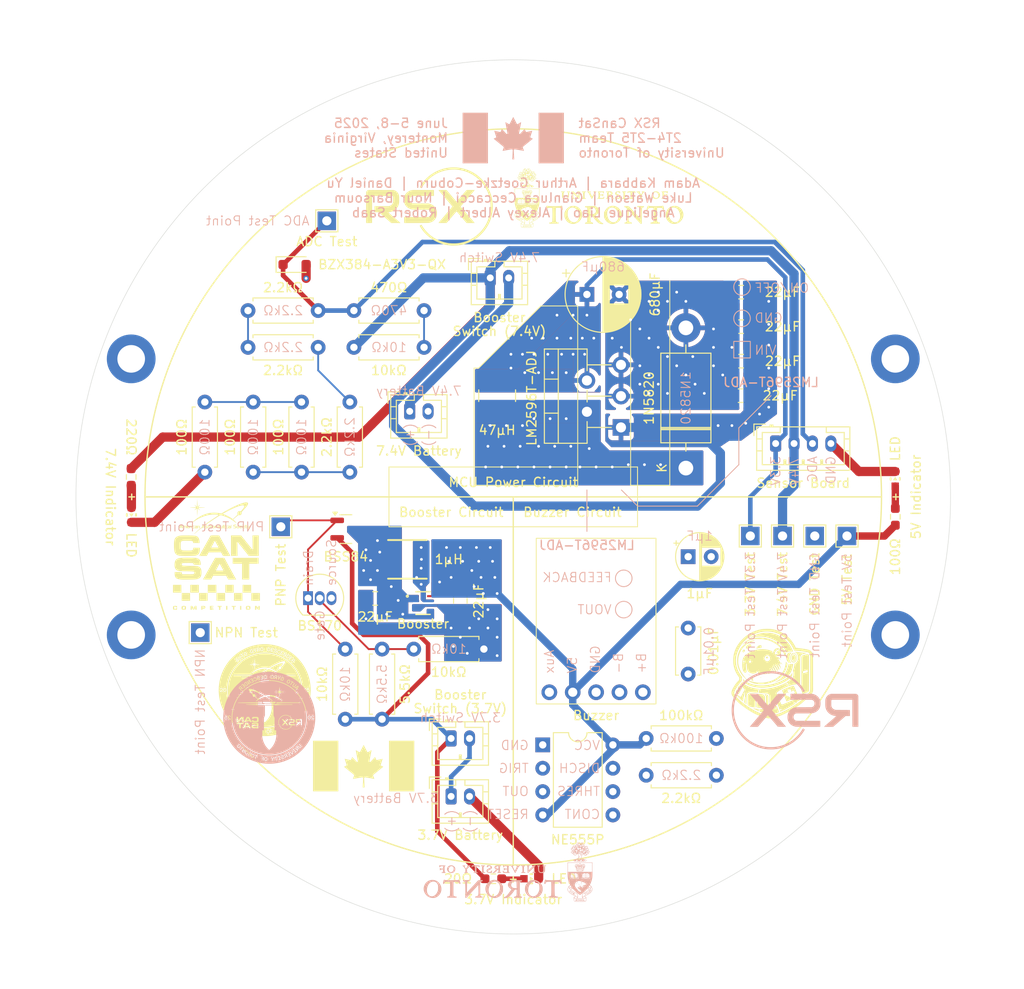
<source format=kicad_pcb>
(kicad_pcb (version 20240108) (generator "pcbnew") (generator_version "8.0")
  (layers (0 "F.Cu" mixed) (1 "In1.Cu" power "GND") (2 "In2.Cu" mixed) (31 "B.Cu" mixed) (34 "B.Paste" user) (35 "F.Paste" user) (36 "B.SilkS" user "B.Silkscreen") (37 "F.SilkS" user "F.Silkscreen") (38 "B.Mask" user) (39 "F.Mask" user) (44 "Edge.Cuts" user))
  (net 0 "")
  (net 1 "GND")
  (net 2 "3.3V")
  (net 3 "/5V")
  (net 4 "Net-(BZ1-Aux)")
  (net 7 "Net-(U3-CV)")
  (net 8 "Net-(U3-THR)")
  (net 9 "7.4V")
  (net 10 "ADC")
  (net 11 "Net-(J1-Pin_2)")
  (net 12 "Net-(J4-Pin_2)")
  (net 13 "Net-(Q1-G)")
  (net 14 "Net-(Q1-D)")
  (net 15 "Net-(R1-Pad1)")
  (net 16 "Net-(R2-Pad1)")
  (net 17 "Net-(R4-Pad2)")
  (net 18 "Net-(R5-Pad2)")
  (net 19 "Net-(R7-Pad2)")
  (net 20 "Net-(U3-Q)")
  (net 21 "/VIN")
  (net 22 "Net-(J4-Pin_1)")
  (net 23 "/SW")
  (net 24 "/OUT")
  (net 25 "Net-(D3-A)")
  (net 26 "Net-(D4-A)")
  (net 27 "Net-(D5-A)")
  (footprint "DigiKey:WL-SMCW_0603" (layer "F.Cu") (at 108.525 101.9625 90)
    (property "Reference" "D5")
    (property "Value" "LED (7.4V)")
  )
  (footprint "TestPoint:TestPoint_THTPad_2.0x2.0mm_Drill1.0mm" (layer "F.Cu") (at 186.25 104.25)
    (property "Reference" "TP4")
    (property "Value" "5V Test")
  )
  (footprint "Resistor_THT:R_Axial_DIN0207_L6.3mm_D2.5mm_P7.62mm_Horizontal" (layer "F.Cu") (at 135.75 124.1575 90)
    (property "Reference" "R9")
    (property "Value" "5.5kΩ")
  )
  (footprint "Resistor_THT:R_Axial_DIN0207_L6.3mm_D2.5mm_P7.62mm_Horizontal" (layer "F.Cu") (at 116.5 89.69 -90)
    (property "Reference" "R1")
    (property "Value" "100Ω")
  )
  (footprint "Graphics:rsx_logo_2" (layer "F.Cu") (at 140.75 68.5)
    (property "Reference" "G***")
    (property "Value" "LOGO" (hide yes))
  )
  (footprint "Package_DIP:DIP-8_W7.62mm" (layer "F.Cu") (at 153.2 126.95)
    (property "Reference" "U3")
    (property "Value" "NE555P")
  )
  (footprint "Graphics:canada_flag" (layer "F.Cu") (at 133.75 129.25)
    (property "Reference" "G***")
    (property "Value" "LOGO" (hide yes))
  )
  (footprint "Graphics:cansat_logo" (layer "F.Cu") (at 117.75 106.25)
    (property "Reference" "G***")
    (property "Value" "LOGO" (hide yes))
  )
  (footprint "TestPoint:TestPoint_THTPad_2.0x2.0mm_Drill1.0mm" (layer "F.Cu") (at 116 114.75)
    (property "Reference" "TP5")
    (property "Value" "NPN Test")
  )
  (footprint "Capacitor_THT:CP_Radial_D8.0mm_P3.50mm" (layer "F.Cu") (at 158 78)
    (property "Reference" "Cout5")
    (property "Value" "680μF")
  )
  (footprint "DigiKey:WL-SMCW_0603" (layer "F.Cu") (at 151.9625 141.495 180)
    (property "Reference" "D3")
    (property "Value" "LED (3.7V)")
  )
  (footprint "Resistor_THT:R_Axial_DIN0207_L6.3mm_D2.5mm_P7.62mm_Horizontal" (layer "F.Cu") (at 121.19 79.75)
    (property "Reference" "R6")
    (property "Value" "2.2kΩ")
  )
  (footprint "Capacitor_SMD:C_0805_2012Metric_Pad1.18x1.45mm_HandSolder" (layer "F.Cu") (at 174.75 77.75 180)
    (property "Reference" "Cin4")
    (property "Value" "22μF")
  )
  (footprint "Diode_THT:D_DO-201AD_P15.24mm_Horizontal" (layer "F.Cu") (at 168.75 96.87 90)
    (property "Reference" "D1")
    (property "Value" "1N5820")
  )
  (footprint "Resistor_SMD:R_0603_1608Metric_Pad0.98x0.95mm_HandSolder" (layer "F.Cu") (at 147.8375 141.5 180)
    (property "Reference" "R14")
    (property "Value" "20Ω")
  )
  (footprint "Capacitor_THT:C_Disc_D5.0mm_W2.5mm_P5.00mm" (layer "F.Cu") (at 169 119.25 90)
    (property "Reference" "C8")
    (property "Value" "0.01μF")
  )
  (footprint "Resistor_THT:R_Axial_DIN0207_L6.3mm_D2.5mm_P7.62mm_Horizontal" (layer "F.Cu") (at 131.75 124.1575 90)
    (property "Reference" "R11")
    (property "Value" "10kΩ")
  )
  (footprint "Capacitor_SMD:C_0805_2012Metric_Pad1.18x1.45mm_HandSolder" (layer "F.Cu") (at 144.25 111.2875 -90)
    (property "Reference" "C7")
    (property "Value" "22μF")
  )
  (footprint "Graphics:uoft_text_2" (layer "F.Cu") (at 161 68.5)
    (property "Reference" "G***")
    (property "Value" "LOGO" (hide yes))
  )
  (footprint "Resistor_THT:R_Axial_DIN0207_L6.3mm_D2.5mm_P7.62mm_Horizontal" (layer "F.Cu") (at 128.81 83.75 180)
    (property "Reference" "R5")
    (property "Value" "2.2kΩ")
  )
  (footprint "Resistor_SMD:R_0603_1608Metric_Pad0.98x0.95mm_HandSolder" (layer "F.Cu") (at 108.5 97.8375 90)
    (property "Reference" "R16")
    (property "Value" "220Ω")
  )
  (footprint "TestPoint:TestPoint_THTPad_2.0x2.0mm_Drill1.0mm" (layer "F.Cu") (at 175.75 104.25)
    (property "Reference" "TP3")
    (property "Value" "3.3V Test")
  )
  (footprint "TestPoint:TestPoint_THTPad_2.0x2.0mm_Drill1.0mm" (layer "F.Cu") (at 182.75 104.25)
    (property "Reference" "TP7")
    (property "Value" "GND Test")
  )
  (footprint "Resistor_THT:R_Axial_DIN0207_L6.3mm_D2.5mm_P7.62mm_Horizontal" (layer "F.Cu") (at 140.31 83.75 180)
    (property "Reference" "R8")
    (property "Value" "10kΩ")
  )
  (footprint "Capacitor_SMD:C_0805_2012Metric_Pad1.18x1.45mm_HandSolder" (layer "F.Cu") (at 174.7 89 180)
    (property "Reference" "Cin1")
    (property "Value" "22μF")
  )
  (footprint "Connector_JST:JST_PH_B2B-PH-K_1x02_P2.00mm_Vertical" (layer "F.Cu") (at 143.25 132.55)
    (property "Reference" "J5")
    (property "Value" "3.7V Battery")
  )
  (footprint "Custom_Footprints:Matek_Lost_Model_Beeper" (layer "F.Cu") (at 152.5 104.5)
    (property "Reference" "BZ1")
    (property "Value" "Buzzer")
  )
  (footprint "Capacitor_THT:CP_Radial_D5.0mm_P2.50mm" (layer "F.Cu") (at 169 106.5)
    (property "Reference" "C9")
    (property "Value" "1μF")
  )
  (footprint "DigiKey:SOT-5X3-8_DRL_TEX" (layer "F.Cu") (at 140.200799 111.537499)
    (property "Reference" "TPS610333DRLR_U2")
    (property "Value" "Booster")
  )
  (footprint "Capacitor_SMD:C_0805_2012Metric_Pad1.18x1.45mm_HandSolder" (layer "F.Cu") (at 174.75 81.5 180)
    (property "Reference" "Cin3")
    (property "Value" "22μF")
  )
  (footprint "Connector_JST:JST_PH_B4B-PH-K_1x04_P2.00mm_Vertical" (layer "F.Cu") (at 178.5 94.2)
    (property "Reference" "J3")
    (property "Value" "Sensor Board")
  )
  (footprint "Graphics:uoft_coat_of_arms_2" (layer "F.Cu") (at 151.5 67.5)
    (property "Reference" "G***")
    (property "Value" "LOGO" (hide yes))
  )
  (footprint "TestPoint:TestPoint_THTPad_2.0x2.0mm_Drill1.0mm" (layer "F.Cu") (at 124.75 103.25)
    (property "Reference" "TP6")
    (property "Value" "PNP Test")
  )
  (footprint "Connector_JST:JST_PH_B2B-PH-K_1x02_P2.00mm_Vertical" (layer "F.Cu") (at 147.5 76.2)
    (property "Reference" "J1")
    (property "Value" "MCU Switch (7.4V)")
  )
  (footprint "Package_TO_SOT_THT:TO-92_Inline" (layer "F.Cu") (at 127.71 111)
    (property "Reference" "Q1")
    (property "Value" "BS170")
  )
  (footprint "Package_TO_SOT_THT:TO-220-5_P3.4x3.7mm_StaggerOdd_Lead3.8mm_Vertical" (layer "F.Cu") (at 161.7 92.45 90)
    (property "Reference" "U1")
    (property "Value" "LM2596T-ADJ")
  )
  (footprint "Resistor_THT:R_Axial_DIN0207_L6.3mm_D2.5mm_P7.62mm_Horizontal" (layer "F.Cu") (at 164.44 126.25)
    (property "Reference" "R12")
    (property "Value" "100kΩ")
  )
  (footprint "DigiKey:WL-SMCW_0603" (layer "F.Cu") (at 191.485 98.0375 -90)
    (property "Reference" "D4")
    (property "Value" "LED (5V)")
  )
  (footprint "Resistor_SMD:R_0603_1608Metric_Pad0.98x0.95mm_HandSolder" (layer "F.Cu") (at 191.5 102.1625 -90)
    (property "Reference" "R15")
    (property "Value" "100Ω")
  )
  (footprint "DigiKey:WE-LQS_4025" (layer "F.Cu") (at 138.5 106.7875)
    (property "Reference" "WE-LQS_4025_L2")
    (property "Value" "1μH")
  )
  (footprint "Resistor_THT:R_Axial_DIN0207_L6.3mm_D2.5mm_P7.62mm_Horizontal" (layer "F.Cu") (at 164.44 130.25)
    (property "Reference" "R13")
    (property "Value" "2.2kΩ")
  )
  (footprint "Resistor_THT:R_Axial_DIN0207_L6.3mm_D2.5mm_P7.62mm_Horizontal" (layer "F.Cu") (at 127 97.31 90)
    (property "Reference" "R3")
    (property "Value" "100Ω")
  )
  (footprint "Resistor_THT:R_Axial_DIN0207_L6.3mm_D2.5mm_P7.62mm_Horizontal" (layer "F.Cu") (at 132.25 97.31 90)
    (property "Reference" "R4")
    (property "Value" "2.2kΩ")
  )
  (footprint "Capacitor_SMD:C_0805_2012Metric_Pad1.18x1.45mm_HandSolder" (layer "F.Cu") (at 135 111.0375 180)
    (property "Reference" "C6")
    (property "Value" "22μF")
  )
  (footprint "Resistor_THT:R_Axial_DIN0207_L6.3mm_D2.5mm_P7.62mm_Horizontal" (layer "F.Cu") (at 132.69 79.75)
    (property "Reference" "R7")
    (property "Value" "470Ω")
  )
  (footprint "Graphics:capybara_astronaut_2" (layer "F.Cu") (at 178.25 119.25)
    (property "Reference" "G***")
    (property "Value" "LOGO" (hide yes))
  )
  (footprint "Package_TO_SOT_SMD:SOT-23" (layer "F.Cu") (at 131.8125 103.5)
    (property "Reference" "Q2")
    (property "Value" "BSS84")
  )
  (footprint "Resistor_THT:R_Axial_DIN0207_L6.3mm_D2.5mm_P7.62mm_Horizontal" (layer "F.Cu") (at 121.75 97.31 90)
    (property "Reference" "R2")
    (property "Value" "100Ω")
  )
  (footprint "Graphics:logo" (layer "F.Cu") (at 123 121)
    (property "Reference" "G***")
    (property "Value" "LOGO" (hide yes))
  )
  (footprint "DigiKey:IND_ASPI-4030S-470M-T" (layer "F.Cu") (at 148.25 89 90)
    (property "Reference" "ASPI-4030S-470M-T_L1")
    (property "Value" "47μH")
  )
  (footprint "Diode_SMD:D_SOD-323_HandSoldering" (layer "F.Cu") (at 126.25 74.75)
    (property "Reference" "D2")
    (property "Value" "BZX384-A3V3-QX")
  )
  (footprint "Resistor_THT:R_Axial_DIN0207_L6.3mm_D2.5mm_P7.62mm_Horizontal" (layer "F.Cu") (at 139.19 116.5375)
    (property "Reference" "R10")
    (property "Value" "10kΩ")
  )
  (footprint "Capacitor_SMD:C_0805_2012Metric_Pad1.18x1.45mm_HandSolder" (layer "F.Cu") (at 174.75 85.25 180)
    (property "Reference" "Cin2")
    (property "Value" "22μF")
  )
  (footprint "Connector_JST:JST_PH_B2B-PH-K_1x02_P2.00mm_Vertical" (layer "F.Cu") (at 138.75 90.7)
    (property "Reference" "J2")
    (property "Value" "7.4V Battery")
  )
  (footprint "Connector_JST:JST_PH_B2B-PH-K_1x02_P2.00mm_Vertical" (layer "F.Cu") (at 143.25 126.25)
    (property "Reference" "J4")
    (property "Value" "Booster Switch (3.7V)")
  )
  (footprint "TestPoint:TestPoint_THTPad_2.0x2.0mm_Drill1.0mm" (layer "F.Cu") (at 179.25 104.25)
    (property "Reference" "TP2")
    (property "Value" "7.4V Test")
  )
  (footprint "TestPoint:TestPoint_THTPad_2.0x2.0mm_Drill1.0mm" (layer "F.Cu") (at 129.75 70)
    (property "Reference" "TP1")
    (property "Value" "ADC Test")
  )
  (footprint "DigiKey:WA-SMSI_9774030243" (layer "B.Cu") (at 191.5 85 180)
    (property "Reference" "REF**")
    (property "Value" "WA-SMSI_9774030243")
  )
  (footprint "Graphics:logo" (layer "B.Cu") (at 123.5 124 180)
    (property "Reference" "G***")
    (property "Value" "LOGO" (hide yes))
  )
  (footprint "Graphics:rsx_logo_2" (layer "B.Cu") (at 180.75 123.25 180)
    (property "Reference" "G***")
    (property "Value" "LOGO" (hide yes))
  )
  (footprint "Graphics:canada_flag" (layer "B.Cu") (at 150 61 180)
    (property "Reference" "G***")
    (property "Value" "LOGO" (hide yes))
  )
  (footprint "Graphics:uoft_text_2" (layer "B.Cu") (at 147.75 141.75 180)
    (property "Reference" "G***")
    (property "Value" "LOGO" (hide yes))
  )
  (footprint "DigiKey:WA-SMSI_9774030243" (layer "B.Cu") (at 108.5 115 180)
    (property "Reference" "REF**")
    (property "Value" "WA-SMSI_9774030243")
  )
  (footprint "DigiKey:WA-SMSI_9774030243" (layer "B.Cu") (at 108.5 85 180)
    (property "Reference" "REF**")
    (property "Value" "WA-SMSI_9774030243")
  )
  (footprint "Graphics:uoft_coat_of_arms_2" (layer "B.Cu") (at 157.25 140.75 180)
    (property "Reference" "G***")
    (property "Value" "LOGO" (hide yes))
  )
  (footprint "DigiKey:WA-SMSI_9774030243" (layer "B.Cu") (at 191.5 115 180)
    (property "Reference" "REF**")
    (property "Value" "WA-SMSI_9774030243")
  )
  (gr_line (start 163.5 101) (end 170 101) (stroke (width 0.1)) (layer "B.SilkS"))
  (gr_circle (center 162 108.85) (end 162.9 108.85) (stroke (width 0.1)) (fill none) (layer "B.SilkS"))
  (gr_line (start 174.5 94) (end 174.5 92.5) (stroke (width 0.1)) (layer "B.SilkS"))
  (gr_line (start 174.5 96.5) (end 174.5 94) (stroke (width 0.1)) (layer "B.SilkS"))
  (gr_line (start 158 99.25) (end 158 103.75) (stroke (width 0.1)) (layer "B.SilkS"))
  (gr_line (start 161.75 99.25) (end 163.5 101) (stroke (width 0.1)) (layer "B.SilkS"))
  (gr_line (start 170 101) (end 174.5 96.5) (stroke (width 0.1)) (layer "B.SilkS"))
  (gr_circle (center 162 112.25) (end 162.9 112.25) (stroke (width 0.1)) (fill none) (layer "B.SilkS"))
  (gr_line (start 178 89) (end 174.5 92.5) (stroke (width 0.1)) (layer "B.SilkS"))
  (gr_circle (center 174.85 77.2) (end 175.75 77.2) (stroke (width 0.1)) (fill none) (layer "B.SilkS"))
  (gr_rect (start 173.95 83.1) (end 175.75 84.9) (stroke (width 0.1)) (fill none) (layer "B.SilkS"))
  (gr_circle (center 174.85 80.6) (end 175.75 80.6) (stroke (width 0.1)) (fill none) (layer "B.SilkS"))
  (gr_line (start 146.25 86) (end 153 79.25) (stroke (width 0.1)) (layer "F.SilkS"))
  (gr_line (start 136.5 103.25) (end 150 103.25) (stroke (width 0.1)) (layer "F.SilkS"))
  (gr_line (start 157 98.75) (end 145.75 98.75) (stroke (width 0.1)) (layer "F.SilkS"))
  (gr_line (start 136.5 100) (end 136.5 103.25) (stroke (width 0.1)) (layer "F.SilkS"))
  (gr_line (start 153 79.25) (end 157 79.25) (stroke (width 0.1)) (layer "F.SilkS"))
  (gr_line (start 150 103.25) (end 163.5 103.25) (stroke (width 0.1)) (layer "F.SilkS"))
  (gr_line (start 145.75 98.75) (end 145.75 86) (stroke (width 0.1)) (layer "F.SilkS"))
  (gr_line (start 163.5 100) (end 163.5 96.75) (stroke (width 0.1)) (layer "F.SilkS"))
  (gr_circle (center 150 100) (end 190 100) (stroke (width 0.15)) (fill none) (layer "F.SilkS"))
  (gr_line (start 163.5 96.75) (end 136.5 96.75) (stroke (width 0.1)) (layer "F.SilkS"))
  (gr_line (start 162.75 76.5) (end 162.75 98.75) (stroke (width 0.1)) (layer "F.SilkS"))
  (gr_line (start 136.5 96.75) (end 136.5 100) (stroke (width 0.1)) (layer "F.SilkS"))
  (gr_line (start 145.75 86) (end 146.25 86) (stroke (width 0.1)) (layer "F.SilkS"))
  (gr_line (start 167 98.75) (end 167 76.5) (stroke (width 0.1)) (layer "F.SilkS"))
  (gr_line (start 157 79.25) (end 157 98.75) (stroke (width 0.1)) (layer "F.SilkS"))
  (gr_line (start 150 140) (end 150 100) (stroke (width 0.15)) (layer "F.SilkS"))
  (gr_line (start 163.5 103.25) (end 163.5 100) (stroke (width 0.1)) (layer "F.SilkS"))
  (gr_line (start 162.75 98.75) (end 167 98.75) (stroke (width 0.1)) (layer "F.SilkS"))
  (gr_line (start 110 100) (end 190 100) (stroke (width 0.15)) (layer "F.SilkS"))
  (gr_circle (center 150 100) (end 197.5 100) (stroke (width 0.05)) (fill none) (layer "Edge.Cuts"))
  (gr_text "RSX CanSat\n2T4-2T5 Team\nUniversity of Toronto" (at 157 61 0) (layer "B.SilkS") (effects (font (size 1 1)) (justify right mirror)))
  (gr_text "(+)" (at 138.75 93.25 90) (layer "B.SilkS") (effects (font (size 1 1) (thickness 0.1)) (justify mirror)))
  (gr_text "100Ω" (at 116.5 93.5 90) (layer "B.SilkS") (effects (font (size 1 1) (thickness 0.1)) (justify mirror)))
  (gr_text "7.4V Test Point" (at 179.25 111.75 90) (layer "B.SilkS") (effects (font (size 1 1) (thickness 0.1)) (justify mirror)))
  (gr_text "100kΩ" (at 168.25 126.25 0) (layer "B.SilkS") (effects (font (size 1 1) (thickness 0.1)) (justify mirror)))
  (gr_text "ADC" (at 182.5 95.5 90) (layer "B.SilkS") (effects (font (size 1 1) (thickness 0.1)) (justify left mirror)))
  (gr_text "Source" (at 130.25 109.75 90) (layer "B.SilkS") (effects (font (size 1 1) (thickness 0.1)) (justify right mirror)))
  (gr_text "TRIG" (at 151.75 129.5 0) (layer "B.SilkS") (effects (font (size 1 1) (thickness 0.1)) (justify left mirror)))
  (gr_text "Adam Kabbara | Arthur Goetzke-Coburn | Daniel Yu\nLuke Watson | Gianluca Ceccacci | Nour Barsoum\nAngelique Liao | Alexey Albert | Robert Saab" (at 150 67.5 0) (layer "B.SilkS") (effects (font (size 1 1)) (justify mirror)))
  (gr_text "5V" (at 157 119.25 90) (layer "B.SilkS") (effects (font (size 1 1) (thickness 0.1)) (justify right bottom mirror)))
  (gr_text "5.5kΩ" (at 135.75 120.3475 90) (layer "B.SilkS") (effects (font (size 1 1) (thickness 0.1)) (justify mirror)))
  (gr_text "CONT" (at 159.5 134.5 0) (layer "B.SilkS") (effects (font (size 1 1) (thickness 0.1)) (justify left mirror)))
  (gr_text "10kΩ" (at 131.75 120.3475 90) (layer "B.SilkS") (effects (font (size 1 1) (thickness 0.1)) (justify mirror)))
  (gr_text "680μF" (at 159.75 75 0) (layer "B.SilkS") (effects (font (size 1 1) (thickness 0.1)) (justify mirror)))
  (gr_text "3.3V" (at 178.5 95.5 90) (layer "B.SilkS") (effects (font (size 1 1) (thickness 0.1)) (justify left mirror)))
  (gr_text "3.7V Switch" (at 144.25 124 0) (layer "B.SilkS") (effects (font (size 1 1) (thickness 0.1)) (justify mirror)))
  (gr_text "7.4V" (at 180.5 95.5 90) (layer "B.SilkS") (effects (font (size 1 1) (thickness 0.1)) (justify left mirror)))
  (gr_text "Gate" (at 129 112.25 90) (layer "B.SilkS") (effects (font (size 1 1) (thickness 0.1)) (justify left mirror)))
  (gr_text "B+" (at 164.5 119.25 90) (layer "B.SilkS") (effects (font (size 1 1) (thickness 0.1)) (justify right bottom mirror)))
  (gr_text "THRES" (at 159.5 132 0) (layer "B.SilkS") (effects (font (size 1 1) (thickness 0.1)) (justify left mirror)))
  (gr_text "1μF" (at 170.25 104.25 0) (layer "B.SilkS") (effects (font (size 1 1) (thickness 0.1)) (justify mirror)))
  (gr_text "GND" (at 176.15 80.55 0) (layer "B.SilkS") (effects (font (size 1 1) (thickness 0.1)) (justify right mirror)))
  (gr_text "PNP Test Point" (at 117.25 103.25 0) (layer "B.SilkS") (effects (font (size 1 1) (thickness 0.1)) (justify mirror)))
  (gr_text "Drain" (at 127.75 109.75 90) (layer "B.SilkS") (effects (font (size 1 1) (thickness 0.1)) (justify right mirror)))
  (gr_text "470Ω" (at 136.5 79.75 0) (layer "B.SilkS") (effects (font (size 1 1) (thickness 0.1)) (justify mirror)))
  (gr_text "2.2kΩ" (at 125 83.75 0) (layer "B.SilkS") (effects (font (size 1 1) (thickness 0.1)) (justify mirror)))
  (gr_text "GND Test Point" (at 182.75 111.75 90) (layer "B.SilkS") (effects (font (size 1 1) (thickness 0.1)) (justify mirror)))
  (gr_text "3.7V Battery" (at 137.25 132.75 0) (layer "B.SilkS") (effects (font (size 1 1) (thickness 0.1)) (justify mirror)))
  (gr_text "100Ω" (at 121.75 93.5 90) (layer "B.SilkS") (effects (font (size 1 1) (thickness 0.1)) (justify mirror)))
  (gr_text "7.4V Switch" (at 148.5 74 0) (layer "B.SilkS") (effects (font (size 1 1) (thickness 0.1)) (justify mirror)))
  (gr_text "(-)" (at 140.75 93.25 90) (layer "B.SilkS") (effects (font (size 1 1) (thickness 0.1)) (justify mirror)))
  (gr_text "1N5820" (at 168.75 89.25 90) (layer "B.SilkS") (effects (font (size 1 1) (thickness 0.1)) (justify mirror)))
  (gr_text "LM2596T-ADJ" (at 158 105.25 0) (layer "B.SilkS") (effects (font (size 1 1)) (justify mirror)))
  (gr_text "VIN" (at 176.15 84.05 0) (layer "B.SilkS") (effects (font (size 1 1) (thickness 0.1)) (justify right mirror)))
  (gr_text "B-" (at 162 119.25 90) (layer "B.SilkS") (effects (font (size 1 1) (thickness 0.1)) (justify right bottom mirror)))
  (gr_text "2.2kΩ" (at 132.25 93.5 90) (layer "B.SilkS") (effects (font (size 1 1) (thickness 0.1)) (justify mirror)))
  (gr_text "DISCH" (at 159.5 129.5 0) (layer "B.SilkS") (effects (font (size 1 1) (thickness 0.1)) (justify left mirror)))
  (gr_text "Aux" (at 154.5 119.25 90) (layer "B.SilkS") (effects (font (size 1 1) (thickness 0.1)) (justify right bottom mirror)))
  (gr_text "LM2596T-ADJ" (at 178 87.55 0) (layer "B.SilkS") (effects (font (size 1 1)) (justify mirror)))
  (gr_text "VOUT" (at 160.75 112.25 0) (layer "B.SilkS") (effects (font (size 1 1) (thickness 0.1)) (justify left mirror)))
  (gr_text "GND" (at 184.5 95.5 90) (layer "B.SilkS") (effects (font (size 1 1) (thickness 0.1)) (justify left mirror)))
  (gr_text "(-)" (at 145.25 135.25 90) (layer "B.SilkS") (effects (font (size 1 1) (thickness 0.1)) (justify mirror)))
  (gr_text "10kΩ" (at 143 116.5375 0) (layer "B.SilkS") (effects (font (size 1 1) (thickness 0.1)) (justify mirror)))
  (gr_text "(+)" (at 143.25 135.25 90) (layer "B.SilkS") (effects (font (size 1 1) (thickness 0.1)) (justify mirror)))
  (gr_text "2.2kΩ" (at 125 79.75 0) (layer "B.SilkS") (effects (font (size 1 1) (thickness 0.1)) (justify mirror)))
  (gr_text "2.2kΩ" (at 168.25 130.25 0) (layer "B.SilkS") (effects (font (size 1 1) (thickness 0.1)) (justify mirror)))
  (gr_text "OUT" (at 151.75 132 0) (layer "B.SilkS") (effects (font (size 1 1) (thickness 0.1)) (justify left mirror)))
  (gr_text "RESET" (at 151.75 134.5 0) (layer "B.SilkS") (effects (font (size 1 1) (thickness 0.1)) (justify left mirror)))
  (gr_text "GND" (at 159.5 119.25 90) (layer "B.SilkS") (effects (font (size 1 1) (thickness 0.1)) (justify right bottom mirror)))
  (gr_text "10kΩ" (at 136.5 83.75 0) (layer "B.SilkS") (effects (font (size 1 1) (thickness 0.1)) (justify mirror)))
  (gr_text "ON/OFF" (at 176.15 77.3 0) (layer "B.SilkS") (effects (font (size 1 1) (thickness 0.1)) (justify right mirror)))
  (gr_text "0.01μF" (at 171.25 116.75 90) (layer "B.SilkS") (effects (font (size 1 1) (thickness 0.1)) (justify mirror)))
  (gr_text "June 5-8, 2025\nMonterey, Virginia\nUnited States" (at 143 61 0) (layer "B.SilkS") (effects (font (size 1 1)) (justify left mirror)))
  (gr_text "NPN Test Point" (at 116 122.25 90) (layer "B.SilkS") (effects (font (size 1 1) (thickness 0.1)) (justify mirror)))
  (gr_text "3.3V Test Point" (at 175.75 111.75 90) (layer "B.SilkS") (effects (font (size 1 1) (thickness 0.1)) (justify mirror)))
  (gr_text "7.4V Battery" (at 139.75 88.5 0) (layer "B.SilkS") (effects (font (size 1 1) (thickness 0.1)) (justify mirror)))
  (gr_text "VCC" (at 159.5 127 0) (layer "B.SilkS") (effects (font (size 1 1) (thickness 0.1)) (justify left mirror)))
  (gr_text "100Ω" (at 127 93.5 90) (layer "B.SilkS") (effects (font (size 1 1) (thickness 0.1)) (justify mirror)))
  (gr_text "GND" (at 151.75 127 0) (layer "B.SilkS") (effects (font (size 1 1) (thickness 0.1)) (justify left mirror)))
  (gr_text "5V Test Point" (at 186.25 111.25 90) (layer "B.SilkS") (effects (font (size 1 1) (thickness 0.1)) (justify mirror)))
  (gr_text "FEEDBACK" (at 160.75 108.75 0) (layer "B.SilkS") (effects (font (size 1 1) (thickness 0.1)) (justify left mirror)))
  (gr_text "ADC Test Point" (at 122.25 70 0) (layer "B.SilkS") (effects (font (size 1 1) (thickness 0.1)) (justify mirror)))
  (gr_text "LED" (at 155.5 141.5 0) (layer "F.SilkS") (effects (font (size 1 1))))
  (gr_text "Switch (3.7V)" (at 144.25 123 0) (layer "F.SilkS") (effects (font (size 1 1))))
  (gr_text "7.4V Indicator" (at 106.25 100 270) (layer "F.SilkS") (effects (font (size 1 1))))
  (gr_text "220Ω" (at 108.5 93.5 270) (layer "F.SilkS") (effects (font (size 1 1))))
  (gr_text "Buzzer Circuit" (at 151 102.25 0) (layer "F.SilkS") (effects (font (size 1 1)) (justify left bottom)))
  (gr_text "Switch (7.4V)" (at 148.5 82 0) (layer "F.SilkS") (effects (font (size 1 1))))
  (gr_text "Booster Circuit" (at 137.5 102.25 0) (layer "F.SilkS") (effects (font (size 1 1)) (justify left bottom)))
  (gr_text "3.7V Indicator" (at 150 143.75 0) (layer "F.SilkS") (effects (font (size 1 1))))
  (gr_text "Booster" (at 148.5 80.5 0) (layer "F.SilkS") (effects (font (size 1 1))))
  (gr_text "MCU Power Circuit" (at 150 99 0) (layer "F.SilkS") (effects (font (size 1 1)) (justify bottom)))
  (gr_text "LED" (at 191.5 94.75 90) (layer "F.SilkS") (effects (font (size 1 1))))
  (gr_text "Booster" (at 144.25 121.5 0) (layer "F.SilkS") (effects (font (size 1 1))))
  (gr_text "LED" (at 108.5 105.25 -90) (layer "F.SilkS") (effects (font (size 1 1))))
  (gr_text "5V Indicator" (at 193.75 100 90) (layer "F.SilkS") (effects (font (size 1 1))))
  (segment (start 130.2875 111.0375) (end 130.25 111) (width 1) (layer "F.Cu") (net 1))
  (segment (start 152.7625 141.495) (end 152.7625 140.0625) (width 1) (layer "F.Cu") (net 1))
  (segment (start 187.5375 97.2375) (end 184.5 94.2) (width 1) (layer "F.Cu") (net 1))
  (segment (start 111.0475 102.7625) (end 116.5 97.31) (width 1) (layer "F.Cu") (net 1))
  (segment (start 191.485 97.2375) (end 187.5375 97.2375) (width 1) (layer "F.Cu") (net 1))
  (segment (start 152.7625 140.0625) (end 145.25 132.55) (width 1) (layer "F.Cu") (net 1))
  (segment (start 127.5 74.75) (end 127.5 76.25) (width 1) (layer "F.Cu") (net 1))
  (segment (start 108.525 102.7625) (end 111.0475 102.7625) (width 1) (layer "F.Cu") (net 1))
  (via (at 147.25 112.25) (size 0.6) (drill 0.3) (layers "F.Cu" "B.Cu") (net 1))
  (via (at 164.75 78.75) (size 0.6) (drill 0.3) (layers "F.Cu" "B.Cu") (net 1))
  (via (at 167.75 85.75) (size 0.6) (drill 0.3) (layers "F.Cu" "B.Cu") (net 1))
  (via (at 171.75 85.75) (size 0.6) (drill 0.3) (layers "F.Cu" "B.Cu") (net 1))
  (via (at 168.75 78.75) (size 0.6) (drill 0.3) (layers "F.Cu" "B.Cu") (net 1))
  (via (at 165.75 79.75) (size 0.6) (drill 0.3) (layers "F.Cu" "B.Cu") (net 1))
  (via (at 162.75 80.75) (size 0.6) (drill 0.3) (layers "F.Cu" "B.Cu") (net 1))
  (via (at 163.75 81.75) (size 0.6) (drill 0.3) (layers "F.Cu" "B.Cu") (net 1))
  (via (at 169.5 84.75) (size 0.6) (drill 0.3) (layers "F.Cu" "B.Cu") (net 1))
  (via (at 145.25 114.25) (size 0.6) (drill 0.3) (layers "F.Cu" "B.Cu") (net 1))
  (via (at 148.25 117.25) (size 0.6) (drill 0.3) (layers "F.Cu" "B.Cu") (net 1))
  (via (at 166.75 84.75) (size 0.6) (drill 0.3) (layers "F.Cu" "B.Cu") (net 1))
  (via (at 127.5 76.25) (size 0.6) (drill 0.3) (layers "F.Cu" "B.Cu") (net 1))
  (via (at 168.75 86.75) (size 0.6) (drill 0.3) (layers "F.Cu" "B.Cu") (net 1))
  (via (at 169.75 87.75) (size 0.6) (drill 0.3) (layers "F.Cu" "B.Cu") (net 1))
  (via (at 170.75 88.75) (size 0.6) (drill 0.3) (layers "F.Cu" "B.Cu") (net 1))
  (via (at 165.75 83.75) (size 0.6) (drill 0.3) (layers "F.Cu" "B.Cu") (net 1))
  (via (at 147.25 114.25) (size 0.6) (drill 0.3) (layers "F.Cu" "B.Cu") (net 1))
  (via (at 146.25 113.25) (size 0.6) (drill 0.3) (layers "F.Cu" "B.Cu") (net 1))
  (via (at 160.75 82.75) (size 0.6) (drill 0.3) (layers "F.Cu" "B.Cu") (net 1))
  (via (at 143.25 114.25) (size 0.6) (drill 0.3) (layers "F.Cu" "B.Cu") (net 1))
  (via (at 164.75 88.75) (size 0.6) (drill 0.3) (layers "F.Cu" "B.Cu") (net 1))
  (via (at 164.75 82.75) (size 0.6) (drill 0.3) (layers "F.Cu" "B.Cu") (net 1))
  (via (at 144.25 115.25) (size 0.6) (drill 0.3) (layers "F.Cu" "B.Cu") (net 1))
  (via (at 148.25 115.25) (size 0.6) (drill 0.3) (layers "F.Cu" "B.Cu") (net 1))
  (via (at 166.75 78.75) (size 0.6) (drill 0.3) (layers "F.Cu" "B.Cu") (net 1))
  (via (at 171.75 81.75) (size 0.6) (drill 0.3) (layers "F.Cu" "B.Cu") (net 1))
  (via (at 166.75 88.75) (size 0.6) (drill 0.3) (layers "F.Cu" "B.Cu") (net 1))
  (via (at 167.75 77.75) (size 0.6) (drill 0.3) (layers "F.Cu" "B.Cu") (net 1))
  (via (at 172.75 86.75) (size 0.6) (drill 0.3) (layers "F.Cu" "B.Cu") (net 1))
  (via (at 143.5 116.25) (size 0.6) (drill 0.3) (layers "F.Cu" "B.Cu") (net 1))
  (via (at 163.75 87.75) (size 0.6) (drill 0.3) (layers "F.Cu" "B.Cu") (net 1))
  (via (at 161.75 83.75) (size 0.6) (drill 0.3) (layers "F.Cu" "B.Cu") (net 1))
  (via (at 134 113.25) (size 0.6) (drill 0.3) (layers "F.Cu" "B.Cu") (net 1))
  (via (at 163.75 85.75) (size 0.6) (drill 0.3) (layers "F.Cu" "B.Cu") (net 1))
  (via (at 173.75 83.75) (size 0.6) (drill 0.3) (layers "F.Cu" "B.Cu") (net 1))
  (via (at 148.25 113.25) (size 0.6) (drill 0.3) (layers "F.Cu" "B.Cu") (net 1))
  (via (at 171.75 83.75) (size 0.6) (drill 0.3) (layers "F.Cu" "B.Cu") (net 1))
  (via (at 145 117) (size 0.6) (drill 0.3) (layers "F.Cu" "B.Cu") (net 1))
  (via (at 165.75 77.75) (size 0.6) (drill 0.3) (layers "F.Cu" "B.Cu") (net 1))
  (via (at 165.75 87.75) (size 0.6) (drill 0.3) (layers "F.Cu" "B.Cu") (net 1))
  (via (at 164.75 86.75) (size 0.6) (drill 0.3) (layers "F.Cu" "B.Cu") (net 1))
  (via (at 155.75 86.5) (size 0.6) (drill 0.3) (layers "F.Cu" "B.Cu") (net 2))
  (via (at 158.75 82.75) (size 0.6) (drill 0.3) (layers "F.Cu" "B.Cu") (net 2))
  (via (at 153.25 82.75) (size 0.6) (drill 0.3) (layers "F.Cu" "B.Cu") (net 2))
  (via (at 157.75 84.5) (size 0.6) (drill 0.3) (layers "F.Cu" "B.Cu") (net 2))
  (via (at 155.25 84.5) (size 0.6) (drill 0.3) (layers "F.Cu" "B.Cu") (net 2))
  (via (at 153.75 84.5) (size 0.6) (drill 0.3) (layers "F.Cu" "B.Cu") (net 2))
  (via (at 149.75 84.5) (size 0.6) (drill 0.3) (layers "F.Cu" "B.Cu") (net 2))
  (via (at 154.25 86.5) (size 0.6) (drill 0.3) (layers "F.Cu" "B.Cu") (net 2))
  (via (at 152.75 86.5) (size 0.6) (drill 0.3) (layers "F.Cu" "B.Cu") (net 2))
  (via (at 158 80.25) (size 0.6) (drill 0.3) (layers "F.Cu" "B.Cu") (net 2))
  (via (at 156.5 84.5) (size 0.6) (drill 0.3) (layers "F.Cu" "B.Cu") (net 2))
  (via (at 152 82.75) (size 0.6) (drill 0.3) (layers "F.Cu" "B.Cu") (net 2))
  (via (at 149.75 86) (size 0.6) (drill 0.3) (layers "F.Cu" "B.Cu") (net 2))
  (via (at 154.75 82.75) (size 0.6) (drill 0.3) (layers "F.Cu" "B.Cu") (net 2))
  (via (at 151.25 86.5) (size 0.6) (drill 0.3) (layers "F.Cu" "B.Cu") (net 2))
  (via (at 156.5 80.25) (size 0.6) (drill 0.3) (layers "F.Cu" "B.Cu") (net 2))
  (via (at 156.25 82.75) (size 0.6) (drill 0.3) (layers "F.Cu" "B.Cu") (net 2))
  (via (at 157.5 82.75) (size 0.6) (drill 0.3) (layers "F.Cu" "B.Cu") (net 2))
  (via (at 152.25 84.5) (size 0.6) (drill 0.3) (layers "F.Cu" "B.Cu") (net 2))
  (via (at 154.75 80.25) (size 0.6) (drill 0.3) (layers "F.Cu" "B.Cu") (net 2))
  (via (at 151 84.5) (size 0.6) (drill 0.3) (layers "F.Cu" "B.Cu") (net 2))
  (segment (start 158 78) (end 158 77) (width 0.5) (layer "B.Cu") (net 2))
  (segment (start 178.5 97.25) (end 175.75 100) (width 0.5) (layer "B.Cu") (net 2))
  (segment (start 179.55 93.15) (end 178.5 94.2) (width 0.5) (layer "B.Cu") (net 2))
  (segment (start 175.75 100) (end 175.75 104.25) (width 0.5) (layer "B.Cu") (net 2))
  (segment (start 177.606498 74.2) (end 179.55 76.143502) (width 0.5) (layer "B.Cu") (net 2))
  (segment (start 158 77) (end 160.8 74.2) (width 0.5) (layer "B.Cu") (net 2))
  (segment (start 160.8 74.2) (end 177.606498 74.2) (width 0.5) (layer "B.Cu") (net 2))
  (segment (start 178.5 94.2) (end 178.5 97.25) (width 0.5) (layer "B.Cu") (net 2))
  (segment (start 179.55 76.143502) (end 179.55 93.15) (width 0.5) (layer "B.Cu") (net 2))
  (segment (start 186.25 104.25) (end 190.325 104.25) (width 0.8) (layer "F.Cu") (net 3))
  (segment (start 190.325 104.25) (end 191.5 103.075) (width 0.8) (layer "F.Cu") (net 3))
  (via (at 146.25 107) (size 0.6) (drill 0.3) (layers "F.Cu" "B.Cu") (net 3))
  (via (at 146 105.5) (size 0.6) (drill 0.3) (layers "F.Cu" "B.Cu") (net 3))
  (via (at 142.75 105.5) (size 0.6) (drill 0.3) (layers "F.Cu" "B.Cu") (net 3))
  (via (at 148.25 110.5) (size 0.6) (drill 0.3) (layers "F.Cu" "B.Cu") (net 3))
  (via (at 145.5 108) (size 0.6) (drill 0.3) (layers "F.Cu" "B.Cu") (net 3))
  (via (at 148 108.75) (size 0.6) (drill 0.3) (layers "F.Cu" "B.Cu") (net 3))
  (via (at 144.25 105.5) (size 0.6) (drill 0.3) (layers "F.Cu" "B.Cu") (net 3))
  (via (at 146.75 110.5) (size 0.6) (drill 0.3) (layers "F.Cu" "B.Cu") (net 3))
  (via (at 143 107) (size 0.6) (drill 0.3) (layers "F.Cu" "B.Cu") (net 3))
  (via (at 143.25 108.75) (size 0.6) (drill 0.3) (layers "F.Cu" "B.Cu") (net 3))
  (via (at 146.5 108.75) (size 0.6) (drill 0.3) (layers "F.Cu" "B.Cu") (net 3))
  (via (at 145.75 109.75) (size 0.6) (drill 0.3) (layers "F.Cu" "B.Cu") (net 3))
  (via (at 147.75 107) (size 0.6) (drill 0.3) (layers "F.Cu" "B.Cu") (net 3))
  (via (at 144.5 107) (size 0.6) (drill 0.3) (layers "F.Cu" "B.Cu") (net 3))
  (via (at 142 109.25) (size 0.6) (drill 0.3) (layers "F.Cu" "B.Cu") (net 3))
  (via (at 147.5 105.5) (size 0.6) (drill 0.3) (layers "F.Cu" "B.Cu") (net 3))
  (segment (start 156.46 118.687207) (end 148.272793 110.5) (width 0.8) (layer "B.Cu") (net 3))
  (segment (start 160.82 126.95) (end 163.74 126.95) (width 0.8) (layer "B.Cu") (net 3))
  (segment (start 153.68 134.57) (end 153.2 134.57) (width 0.8) (layer "B.Cu") (net 3))
  (segment (start 156.46 121.23) (end 156.46 118.687207) (width 0.8) (layer "B.Cu") (net 3))
  (segment (start 168.19 109.5) (end 181 109.5) (width 0.8) (layer "B.Cu") (net 3))
  (segment (start 156.46 121.23) (end 156.46 122.59) (width 0.8) (layer "B.Cu") (net 3))
  (segment (start 148.272793 110.5) (end 148.25 110.5) (width 0.8) (layer "B.Cu") (net 3))
  (segment (start 156.46 122.59) (end 160.82 126.95) (width 0.8) (layer "B.Cu") (net 3))
  (segment (start 181 109.5) (end 186.25 104.25) (width 0.8) (layer "B.Cu") (net 3))
  (segment (start 160.82 127.43) (end 153.68 134.57) (width 0.8) (layer "B.Cu") (net 3))
  (segment (start 156.46 121.23) (end 168.19 109.5) (width 0.8) (layer "B.Cu") (net 3))
  (segment (start 160.82 126.95) (end 160.82 127.43) (width 0.8) (layer "B.Cu") (net 3))
  (segment (start 163.74 126.95) (end 164.44 126.25) (width 0.8) (layer "B.Cu") (net 3))
  (segment (start 134.625 92.125) (end 147.5 79.25) (width 1) (layer "F.Cu") (net 9))
  (segment (start 108.5 96.925) (end 111.925 93.5) (width 1) (layer "F.Cu") (net 9))
  (segment (start 111.925 93.5) (end 133.25 93.5) (width 1) (layer "F.Cu") (net 9))
  (segment (start 147.5 79.25) (end 147.5 76.2) (width 1) (layer "F.Cu") (net 9))
  (segment (start 133.25 93.5) (end 134.625 92.125) (width 1) (layer "F.Cu") (net 9))
  (via (at 172.25 92.25) (size 0.6) (drill 0.3) (layers "F.Cu" "B.Cu") (net 9))
  (via (at 176.75 91) (size 0.6) (drill 0.3) (layers "F.Cu" "B.Cu") (net 9))
  (via (at 177.75 83.5) (size 0.6) (drill 0.3) (layers "F.Cu" "B.Cu") (net 9))
  (via (at 173.75 92.25) (size 0.6) (drill 0.3) (layers "F.Cu" "B.Cu") (net 9))
  (via (at 177.75 86) (size 0.6) (drill 0.3) (layers "F.Cu" "B.Cu") (net 9))
  (via (at 175.25 92) (size 0.6) (drill 0.3) (layers "F.Cu" "B.Cu") (net 9))
  (via (at 177.75 78.75) (size 0.6) (drill 0.3) (layers "F.Cu" "B.Cu") (net 9))
  (via (at 177.75 90.25) (size 0.6) (drill 0.3) (layers "F.Cu" "B.Cu") (net 9))
  (via (at 177.75 88.25) (size 0.6) (drill 0.3) (layers "F.Cu" "B.Cu") (net 9))
  (via (at 177.75 81.25) (size 0.6) (drill 0.3) (layers "F.Cu" "B.Cu") (net 9))
  (segment (start 147.5 76.2) (end 147.5 75.325) (width 1) (layer "B.Cu") (net 9))
  (segment (start 178 73.25) (end 180.5 75.75) (width 1) (layer "B.Cu") (net 9))
  (segment (start 170 101) (end 145.75 101) (width 1) (layer "B.Cu") (net 9))
  (segment (start 179.25 100) (end 179.25 104.25) (width 1) (layer "B.Cu") (net 9))
  (segment (start 145.75 101) (end 137 92.25) (width 1) (layer "B.Cu") (net 9))
  (segment (start 149.575 73.25) (end 178 73.25) (width 1) (layer "B.Cu") (net 9))
  (segment (start 140.24 76.2) (end 147.5 76.2) (width 1) (layer "B.Cu") (net 9))
  (segment (start 132.69 83.75) (end 140.24 76.2) (width 1) (layer "B.Cu") (net 9))
  (segment (start 147.5 79.302944) (end 147.5 76.2) (width 1) (layer "B.Cu") (net 9))
  (segment (start 180.5 75.75) (end 180.5 94.2) (width 1) (layer "B.Cu") (net 9))
  (segment (start 137 89.802944) (end 147.5 79.302944) (width 1) (layer "B.Cu") (net 9))
  (segment (start 161.7 92.45) (end 169.7 92.45) (width 1) (layer "B.Cu") (net 9))
  (segment (start 147.5 75.325) (end 149.575 73.25) (width 1) (layer "B.Cu") (net 9))
  (segment (start 172.5 98.5) (end 170 101) (width 1) (layer "B.Cu") (net 9))
  (segment (start 180.5 94.2) (end 180.5 98.75) (width 1) (layer "B.Cu") (net 9))
  (segment (start 169.7 92.45) (end 172.5 95.25) (width 1) (layer "B.Cu") (net 9))
  (segment (start 172.5 95.25) (end 172.5 98.5) (width 1) (layer "B.Cu") (net 9))
  (segment (start 137 92.25) (end 137 89.802944) (width 1) (layer "B.Cu") (net 9))
  (segment (start 180.5 98.75) (end 179.25 100) (width 1) (layer "B.Cu") (net 9))
  (segment (start 125 75.94) (end 128.81 79.75) (width 0.5) (layer "F.Cu") (net 10))
  (segment (start 125 74.75) (end 125 75.94) (width 0.5) (layer "F.Cu") (net 10))
  (segment (start 125 74.75) (end 129.75 70) (width 0.5) (layer "F.Cu") (net 10))
  (segment (start 181.45 93.15) (end 182.5 94.2) (width 0.5) (layer "B.Cu") (net 10))
  (segment (start 132.69 79.75) (end 140.14 72.3) (width 0.5) (layer "B.Cu") (net 10))
  (segment (start 140.14 72.3) (end 178.393503 72.3) (width 0.5) (layer "B.Cu") (net 10))
  (segment (start 178.393503 72.3) (end 181.45 75.356497) (width 0.5) (layer "B.Cu") (net 10))
  (segment (start 128.81 79.75) (end 132.69 79.75) (width 0.5) (layer "B.Cu") (net 10))
  (segment (start 181.45 75.356497) (end 181.45 93.15) (width 0.5) (layer "B.Cu") (net 10))
  (segment (start 138.75 89.75) (end 138.75 90.7) (width 1) (layer "B.Cu") (net 11))
  (segment (start 149.5 76.2) (end 149.5 79) (width 1) (layer "B.Cu") (net 11))
  (segment (start 149.5 79) (end 138.75 89.75) (width 1) (layer "B.Cu") (net 11))
  (segment (start 145.25 126.25) (end 145.25 128.4) (width 0.5) (layer "B.Cu") (net 12))
  (segment (start 145.25 128.4) (end 143.25 130.4) (width 0.5) (layer "B.Cu") (net 12))
  (segment (start 143.25 130.4) (end 143.25 132.55) (width 0.5) (layer "B.Cu") (net 12))
  (segment (start 128.98 111) (end 128.98 111.225) (width 0.2) (layer "F.Cu") (net 13))
  (segment (start 128.98 111.225) (end 134.2925 116.5375) (width 0.2) (layer "F.Cu") (net 13))
  (segment (start 135.75 116.5375) (end 139.19 116.5375) (width 0.2) (layer "F.Cu") (net 13))
  (segment (start 134.2925 116.5375) (end 135.75 116.5375) (width 0.2) (layer "F.Cu") (net 13))
  (segment (start 128.98 111) (end 128.98 111.225) (width 0.2) (layer "B.Cu") (net 13))
  (segment (start 130.875 102.55) (end 125.45 102.55) (width 0.2) (layer "F.Cu") (net 14))
  (segment (start 131.75 116.5375) (end 127.71 112.4975) (width 0.2) (layer "F.Cu") (net 14))
  (segment (start 127.71 105.715) (end 130.875 102.55) (width 0.2) (layer "F.Cu") (net 14))
  (segment (start 127.71 112.4975) (end 127.71 111) (width 0.2) (layer "F.Cu") (net 14))
  (segment (start 125.45 102.55) (end 124.75 103.25) (width 0.2) (layer "F.Cu") (net 14))
  (segment (start 127.71 111) (end 127.71 105.715) (width 0.2) (layer "F.Cu") (net 14))
  (segment (start 121.75 89.69) (end 127 89.69) (width 0.2) (layer "B.Cu") (net 15))
  (segment (start 116.5 89.69) (end 121.75 89.69) (width 0.2) (layer "B.Cu") (net 15))
  (segment (start 127 97.31) (end 132.25 97.31) (width 0.2) (layer "B.Cu") (net 16))
  (segment (start 121.75 97.31) (end 127 97.31) (width 0.2) (layer "B.Cu") (net 16))
  (segment (start 128.81 83.75) (end 128.81 86.25) (width 0.2) (layer "B.Cu") (net 17))
  (segment (start 128.81 86.25) (end 132.25 89.69) (width 0.2) (layer "B.Cu") (net 17))
  (segment (start 121.19 83.75) (end 121.19 79.75) (width 0.2) (layer "B.Cu") (net 18))
  (segment (start 140.31 83.75) (end 140.31 79.75) (width 0.2) (layer "B.Cu") (net 19))
  (via (at 134.5 109) (size 0.6) (drill 0.3) (layers "F.Cu" "B.Cu") (net 21))
  (via (at 134.5 106.90603) (size 0.6) (drill 0.3) (layers "F.Cu" "B.Cu") (net 21))
  (via (at 138 112.75) (size 0.6) (drill 0.3) (layers "F.Cu" "B.Cu") (net 21))
  (via (at 136.75 109.75) (size 0.6) (drill 0.3) (layers "F.Cu" "B.Cu") (net 21))
  (via (at 136.25 112.75) (size 0.6) (drill 0.3) (layers "F.Cu" "B.Cu") (net 21))
  (via (at 135.25 104.75) (size 0.6) (drill 0.3) (layers "F.Cu" "B.Cu") (net 21))
  (via (at 135.5 106) (size 0.6) (drill 0.3) (layers "F.Cu" "B.Cu") (net 21))
  (via (at 137.5 111.25) (size 0.6) (drill 0.3) (layers "F.Cu" "B.Cu") (net 21))
  (via (at 133.75 108) (size 0.6) (drill 0.3) (layers "F.Cu" "B.Cu") (net 21))
  (via (at 134 105.75) (size 0.6) (drill 0.3) (layers "F.Cu" "B.Cu") (net 21))
  (via (at 135.25 108) (size 0.6) (drill 0.3) (layers "F.Cu" "B.Cu") (net 21))
  (segment (start 140.75 116) (end 140.75 119.1575) (width 0.5) (layer "F.Cu") (net 22))
  (segment (start 132.5 113.75) (end 132.5 106.075) (width 0.5) (layer "F.Cu") (net 22))
  (segment (start 139.75 115) (end 140.75 116) (width 0.5) (layer "F.Cu") (net 22))
  (segment (start 141.75 136.325) (end 146.925 141.5) (width 0.5) (layer "F.Cu") (net 22))
  (segment (start 133 114.25) (end 132.5 113.75) (width 0.5) (layer "F.Cu") (net 22))
  (segment (start 132.5 106.075) (end 130.875 104.45) (width 0.5) (layer "F.Cu") (net 22))
  (segment (start 140.75 119.1575) (end 135.75 124.1575) (width 0.5) (layer "F.Cu") (net 22))
  (segment (start 133 114.25) (end 133.5 114.75) (width 0.5) (layer "F.Cu") (net 22))
  (segment (start 143.25 126.25) (end 141.75 127.75) (width 0.5) (layer "F.Cu") (net 22))
  (segment (start 133.5 114.75) (end 133.75 115) (width 0.5) (layer "F.Cu") (net 22))
  (segment (start 133.75 115) (end 139.75 115) (width 0.5) (layer "F.Cu") (net 22))
  (segment (start 141.75 127.75) (end 141.75 136.325) (width 0.5) (layer "F.Cu") (net 22))
  (segment (start 141.1575 124.1575) (end 135.75 124.1575) (width 0.5) (layer "B.Cu") (net 22))
  (segment (start 143.25 126.25) (end 141.1575 124.1575) (width 0.5) (layer "B.Cu") (net 22))
  (segment (start 135.75 124.1575) (end 131.75 124.1575) (width 0.5) (layer "B.Cu") (net 22))
  (via (at 140 107.75) (size 0.6) (drill 0.3) (layers "F.Cu" "B.Cu") (net 23))
  (via (at 140 105.5) (size 0.6) (drill 0.3) (layers "F.Cu" "B.Cu") (net 23))
  (via (at 140.025 106.7875) (size 0.6) (drill 0.3) (layers "F.Cu" "B.Cu") (net 23))
  (via (at 139.5 108.75) (size 0.6) (drill 0.3) (layers "F.Cu" "B.Cu") (net 23))
  (via (at 140 109.5) (size 0.6) (drill 0.3) (layers "F.Cu" "B.Cu") (net 23))
  (via (at 149 94.5) (size 0.6) (drill 0.3) (layers "F.Cu" "B.Cu") (net 24))
  (via (at 164.25 96.5) (size 0.6) (drill 0.3) (layers "F.Cu" "B.Cu") (net 24))
  (via (at 148.75 96.75) (size 0.6) (drill 0.3) (layers "F.Cu" "B.Cu") (net 24))
  (via (at 166 96.5) (size 0.6) (drill 0.3) (layers "F.Cu" "B.Cu") (net 24))
  (via (at 152.75 94.5) (size 0.6) (drill 0.3) (layers "F.Cu" "B.Cu") (net 24))
  (via (at 155.75 96.75) (size 0.6) (drill 0.3) (layers "F.Cu" "B.Cu") (net 24))
  (via (at 151 92.25) (size 0.6) (drill 0.3) (layers "F.Cu" "B.Cu") (net 24))
  (via (at 157.25 96.75) (size 0.6) (drill 0.3) (layers "F.Cu" "B.Cu") (net 24))
  (via (at 158.25 94.75) (size 0.6) (drill 0.3) (layers "F.Cu" "B.Cu") (net 24))
  (via (at 160.75 96.75) (size 0.6) (drill 0.3) (layers "F.Cu" "B.Cu") (net 24))
  (via (at 159 96.75) (size 0.6) (drill 0.3) (layers "F.Cu" "B.Cu") (net 24))
  (via (at 150.75 94.5) (size 0.6) (drill 0.3) (layers "F.Cu" "B.Cu") (net 24))
  (via (at 147.5 92.25) (size 0.6) (drill 0.3) (layers "F.Cu" "B.Cu") (net 24))
  (via (at 162.5 96.5) (size 0.6) (drill 0.3) (layers "F.Cu" "B.Cu") (net 24))
  (via (at 147.25 94.5) (size 0.6) (drill 0.3) (layers "F.Cu" "B.Cu") (net 24))
  (via (at 155.75 91.5) (size 0.6) (drill 0.3) (layers "F.Cu" "B.Cu") (net 24))
  (via (at 154 96.75) (size 0.6) (drill 0.3) (layers "F.Cu" "B.Cu") (net 24))
  (via (at 149.25 92.25) (size 0.6) (drill 0.3) (layers "F.Cu" "B.Cu") (net 24))
  (via (at 156.25 94.5) (size 0.6) (drill 0.3) (layers "F.Cu" "B.Cu") (net 24))
  (via (at 154.5 94.5) (size 0.6) (drill 0.3) (layers "F.Cu" "B.Cu") (net 24))
  (via (at 154 91.5) (size 0.6) (drill 0.3) (layers "F.Cu" "B.Cu") (net 24))
  (via (at 152.25 96.75) (size 0.6) (drill 0.3) (layers "F.Cu" "B.Cu") (net 24))
  (via (at 152.25 91.5) (size 0.6) (drill 0.3) (layers "F.Cu" "B.Cu") (net 24))
  (via (at 150.5 96.75) (size 0.6) (drill 0.3) (layers "F.Cu" "B.Cu") (net 24))
  (via (at 147 96.75) (size 0.6) (drill 0.3) (layers "F.Cu" "B.Cu") (net 24))
  (segment (start 151.1575 141.5) (end 151.1625 141.495) (width 0.2) (layer "F.Cu") (net 25))
  (segment (start 148.75 141.5) (end 151.1575 141.5) (width 0.5) (layer "F.Cu") (net 25))
  (segment (start 191.5 101.25) (end 191.5 98.8525) (width 0.8) (layer "F.Cu") (net 26))
  (segment (start 191.5 98.8525) (end 191.485 98.8375) (width 0.8) (layer "F.Cu") (net 26))
  (segment (start 108.525 98.775) (end 108.5 98.75) (width 1) (layer "F.Cu") (net 27))
  (segment (start 108.525 101.1625) (end 108.525 98.775) (width 1) (layer "F.Cu") (net 27))
  (zone (net 21) (net_name "/VIN") (layer "F.Cu") (priority 1) (connect_pads yes (clearance 0.1)) (min_thickness 0.25) (fill yes (mode hatch) (thermal_gap 0.5) (thermal_bridge_width 0.5) (hatch_thickness 1) (hatch_gap 1.5) (hatch_orientation 0) (hatch_border_algorithm hatch_thickness) (hatch_min_hole_area 0.3))
    (polygon (pts (xy 139.8 111.45) (xy 139.8 110.65) (xy 138.5 110.65) (xy 137.9 110) (xy 137.9 104.8) (xy 135.2 104.8) (xy 135.2 112) (xy 137.9 112) (xy 138.5 111.45)))
  )
  (zone (net 21) (net_name "/VIN") (layer "F.Cu") (priority 2) (connect_pads yes (clearance 0.1)) (min_thickness 0.25) (fill yes (thermal_gap 0.5) (thermal_bridge_width 0.5))
    (polygon (pts (xy 131.95 103.15) (xy 137.9 103.15) (xy 137.9 105.4) (xy 135.2 105.4) (xy 135.2 104.5) (xy 134.5 103.85) (xy 131.95 103.85)))
  )
  (zone (net 21) (net_name "/VIN") (layer "F.Cu") (priority 10) (connect_pads yes (clearance 0)) (min_thickness 0.25) (fill yes (thermal_gap 0.5) (thermal_bridge_width 0.5))
    (polygon (pts (xy 131.95 103.85) (xy 133.15 105.05) (xy 133.15 109.7) (xy 135.2 109.7) (xy 135.2 104.5) (xy 134.5 103.85)))
  )
  (zone (net 23) (net_name "/SW") (layer "F.Cu") (priority 5) (connect_pads yes (clearance 0.1)) (min_thickness 0.25) (fill yes (thermal_gap 0.5) (thermal_bridge_width 0.5))
    (polygon (pts (xy 141.4 111.15) (xy 141.4 111.45) (xy 140.2 111.45) (xy 139.95 111.2) (xy 139.95 110.2) (xy 139.1 109.3) (xy 139.1 104.75) (xy 140.9 104.75) (xy 140.9 109.3) (xy 140.5 109.8) (xy 140.5 111.15)))
  )
  (zone (net 21) (net_name "/VIN") (layer "F.Cu") (priority 4) (connect_pads yes (clearance 0.1)) (min_thickness 0.25) (fill yes (thermal_gap 0.5) (thermal_bridge_width 0.5))
    (polygon (pts (xy 140.6 112.1) (xy 141.4 112.1) (xy 141.4 113.3) (xy 135.2 113.3) (xy 135.2 111.45) (xy 138.6 111.45) (xy 138.6 112.7) (xy 140.6 112.7)))
  )
  (zone (net 2) (net_name "3.3V") (layers "F&B.Cu") (priority 19) (connect_pads (clearance 0)) (min_thickness 0.25) (fill yes (thermal_gap 0.5) (thermal_bridge_width 0.5))
    (polygon (pts (xy 146.2 86.1) (xy 155.85 76.5) (xy 156.5 76.5) (xy 156.5 80.1) (xy 150.5 86.1)))
  )
  (zone (net 1) (net_name "GND") (layers "F&B.Cu") (priority 6) (connect_pads yes (clearance 0.1)) (min_thickness 0.25) (fill yes (thermal_gap 0.5) (thermal_bridge_width 0.5))
    (polygon (pts (xy 139 111.65) (xy 139 112.45) (xy 139.9 112.45) (xy 140.45 111.95) (xy 141.7 111.95) (xy 142.5 112.75) (xy 142.5 117.9) (xy 148.75 117.9) (xy 148.75 111.65)))
  )
  (zone (net 9) (net_name "7.4V") (layers "F&B.Cu") (priority 14) (connect_pads (clearance 0.1)) (min_thickness 0.25) (fill yes (thermal_gap 0.5) (thermal_bridge_width 0.5))
    (polygon (pts (xy 160 93.95) (xy 174.75 93.9) (xy 178.65 91) (xy 178.65 76.5) (xy 174.95 76.5) (xy 175 90.6) (xy 174.65 90.95) (xy 160 90.95)))
  )
  (zone (net 24) (net_name "/OUT") (layers "F&B.Cu") (priority 9) (connect_pads yes (clearance 0.1)) (min_thickness 0.25) (fill yes (thermal_gap 0.5) (thermal_bridge_width 0.5))
    (polygon (pts (xy 145.85 98.75) (xy 170.65 98.75) (xy 170.65 94.95) (xy 160.45 94.95) (xy 159.5 94) (xy 159.5 91.95) (xy 145.85 91.95)))
  )
  (zone (net 1) (net_name "GND") (layers "F&B.Cu") (priority 7) (connect_pads yes (clearance 0.1)) (min_thickness 0.25) (fill yes (thermal_gap 0.5) (thermal_bridge_width 0.5))
    (polygon (pts (xy 134.8 110.1) (xy 133.15 110.1) (xy 133.15 115) (xy 142.7 115) (xy 142.7 113.65) (xy 135.1 113.65) (xy 134.8 113.35)))
  )
  (zone (net 3) (net_name "/5V") (layers "F&B.Cu") (priority 3) (connect_pads yes (clearance 0.1)) (min_thickness 0.25) (fill yes (thermal_gap 0.5) (thermal_bridge_width 0.5))
    (polygon (pts (xy 141.1 110.95) (xy 141.1 104.6) (xy 148.75 104.6) (xy 148.75 110.95)))
  )
  (zone (net 9) (net_name "7.4V") (layers "F&B.Cu") (priority 20) (connect_pads yes (clearance 0)) (min_thickness 0.25) (fill yes (thermal_gap 0.5) (thermal_bridge_width 0.5))
    (polygon (pts (xy 160 93.95) (xy 160.65 94.6) (xy 172.4 94.6) (xy 173.45 93.9)))
  )
  (zone (net 2) (net_name "3.3V") (layers "F&B.Cu") (priority 11) (connect_pads (clearance 0.1)) (min_thickness 0.25) (fill yes (thermal_gap 0.5) (thermal_bridge_width 0.5))
    (polygon (pts (xy 159.5 76.5) (xy 156.5 76.5) (xy 156.5 88.6) (xy 159.5 88.6)))
  )
  (zone (net 2) (net_name "3.3V") (layers "F&B.Cu") (priority 8) (connect_pads yes (clearance 0.1)) (min_thickness 0.25) (fill yes (thermal_gap 0.5) (thermal_bridge_width 0.5))
    (polygon (pts (xy 159.5 86.1) (xy 145.85 86.1) (xy 145.85 88.65) (xy 159.5 88.65)))
  )
  (zone (net 24) (net_name "/OUT") (layers "F&B.Cu") (priority 8) (connect_pads yes (clearance 0.1)) (min_thickness 0.25) (fill yes (thermal_gap 0.5) (thermal_bridge_width 0.5))
    (polygon (pts (xy 159.5 89.45) (xy 145.85 89.45) (xy 145.85 92) (xy 159.5 91.95)))
  )
  (zone (net 1) (net_name "GND") (layers "F&B.Cu") (priority 13) (connect_pads (clearance 0.1)) (min_thickness 0.25) (fill yes (thermal_gap 0.5) (thermal_bridge_width 0.5))
    (polygon (pts (xy 160 76.5) (xy 160 90.55) (xy 174.55 90.55) (xy 174.6 76.5)))
  )
  (zone (net 2) (net_name "3.3V") (layers "F&B.Cu") (priority 12) (connect_pads (clearance 0.1)) (min_thickness 0.25) (fill yes (thermal_gap 0.5) (thermal_bridge_width 0.5))
    (polygon (pts (xy 150.5 86.1) (xy 156.5 80.1) (xy 156.5 86.1)))
  )
  (zone (net 1) (net_name "GND") (layer "B.Cu") (priority 17) (connect_pads yes (clearance 0)) (min_thickness 0.25) (fill yes (thermal_gap 0.5) (thermal_bridge_width 0.5))
    (polygon (pts (xy 139 111.65) (xy 139 112.45) (xy 139.95 112.45) (xy 140.45 111.95) (xy 141.7 111.95) (xy 141.75 111.9) (xy 141.75 111.654382) (xy 141.750069 111.654313) (xy 141.745756 111.65)))
  )
  (zone (net 23) (net_name "/SW") (layer "B.Cu") (priority 18) (connect_pads yes (clearance 0)) (min_thickness 0.25) (fill yes (thermal_gap 0.5) (thermal_bridge_width 0.5))
    (polygon (pts (xy 140.899955 104.751229) (xy 140.899955 109.350045) (xy 140.509335 109.740665) (xy 140.509335 111.139939) (xy 140.518866 111.14947) (xy 141.400836 111.14947) (xy 141.400836 111.450918) (xy 140.199578 111.450918) (xy 139.950213 111.201553) (xy 139.950213 110.200174) (xy 139.098305 109.348266) (xy 139.098305 104.751268) (xy 139.098344 104.751229)))
  )
  (zone (net 21) (net_name "/VIN") (layer "B.Cu") (priority 16) (connect_pads yes (clearance 0)) (min_thickness 0.25) (fill yes (thermal_gap 0.5) (thermal_bridge_width 0.5))
    (polygon (pts (xy 131.94785 103.140812) (xy 137.898173 103.140812) (xy 137.898173 110.000281) (xy 138.545531 110.647639) (xy 139.799817 110.647639) (xy 139.809595 110.657417) (xy 139.809595 111.43241) (xy 139.791654 111.450351) (xy 138.603624 111.450351) (xy 138.599958 111.454017) (xy 138.599958 112.686049) (xy 138.610958 112.697049) (xy 140.591008 112.697049) (xy 140.591008 112.091008) (xy 141.400955 112.091008) (xy 141.408387 112.09844) (xy 141.408387 113.305099) (xy 135.188635 113.305099) (xy 135.188635 109.701056) (xy 133.149808 109.701056) (xy 133.14892 109.700168) (xy 133.14892 105.049252) (xy 131.947922 103.848254) (xy 131.947922 103.144699) (xy 131.94785 103.144627)))
  )
)
</source>
